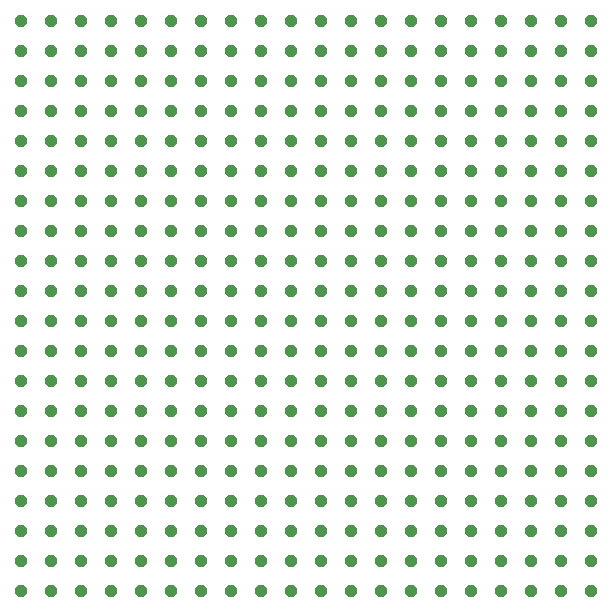
<source format=gbl>
G75*
%MOIN*%
%OFA0B0*%
%FSLAX24Y24*%
%IPPOS*%
%LPD*%
%AMOC8*
5,1,8,0,0,1.08239X$1,22.5*
%
%ADD10OC8,0.0396*%
D10*
X000505Y000530D03*
X001505Y000530D03*
X002505Y000530D03*
X003505Y000530D03*
X004505Y000530D03*
X005505Y000530D03*
X006505Y000530D03*
X007505Y000530D03*
X008505Y000530D03*
X009505Y000530D03*
X010505Y000530D03*
X011505Y000530D03*
X012505Y000530D03*
X013505Y000530D03*
X014505Y000530D03*
X015505Y000530D03*
X016505Y000530D03*
X017505Y000530D03*
X018505Y000530D03*
X019505Y000530D03*
X019505Y001530D03*
X018505Y001530D03*
X017505Y001530D03*
X016505Y001530D03*
X015505Y001530D03*
X014505Y001530D03*
X013505Y001530D03*
X012505Y001530D03*
X011505Y001530D03*
X010505Y001530D03*
X009505Y001530D03*
X008505Y001530D03*
X007505Y001530D03*
X006505Y001530D03*
X005505Y001530D03*
X004505Y001530D03*
X003505Y001530D03*
X002505Y001530D03*
X001505Y001530D03*
X000505Y001530D03*
X000505Y002530D03*
X001505Y002530D03*
X002505Y002530D03*
X003505Y002530D03*
X004505Y002530D03*
X005505Y002530D03*
X006505Y002530D03*
X007505Y002530D03*
X008505Y002530D03*
X009505Y002530D03*
X010505Y002530D03*
X011505Y002530D03*
X012505Y002530D03*
X013505Y002530D03*
X014505Y002530D03*
X015505Y002530D03*
X016505Y002530D03*
X017505Y002530D03*
X018505Y002530D03*
X019505Y002530D03*
X019505Y003530D03*
X018505Y003530D03*
X017505Y003530D03*
X016505Y003530D03*
X015505Y003530D03*
X014505Y003530D03*
X013505Y003530D03*
X012505Y003530D03*
X011505Y003530D03*
X010505Y003530D03*
X009505Y003530D03*
X008505Y003530D03*
X007505Y003530D03*
X006505Y003530D03*
X005505Y003530D03*
X004505Y003530D03*
X003505Y003530D03*
X002505Y003530D03*
X001505Y003530D03*
X000505Y003530D03*
X000505Y004530D03*
X001505Y004530D03*
X002505Y004530D03*
X003505Y004530D03*
X004505Y004530D03*
X005505Y004530D03*
X006505Y004530D03*
X007505Y004530D03*
X008505Y004530D03*
X009505Y004530D03*
X010505Y004530D03*
X011505Y004530D03*
X012505Y004530D03*
X013505Y004530D03*
X014505Y004530D03*
X015505Y004530D03*
X016505Y004530D03*
X017505Y004530D03*
X018505Y004530D03*
X019505Y004530D03*
X019505Y005530D03*
X018505Y005530D03*
X017505Y005530D03*
X016505Y005530D03*
X015505Y005530D03*
X014505Y005530D03*
X013505Y005530D03*
X012505Y005530D03*
X011505Y005530D03*
X010505Y005530D03*
X009505Y005530D03*
X008505Y005530D03*
X007505Y005530D03*
X006505Y005530D03*
X005505Y005530D03*
X004505Y005530D03*
X003505Y005530D03*
X002505Y005530D03*
X001505Y005530D03*
X000505Y005530D03*
X000505Y006530D03*
X001505Y006530D03*
X002505Y006530D03*
X003505Y006530D03*
X004505Y006530D03*
X005505Y006530D03*
X006505Y006530D03*
X007505Y006530D03*
X008505Y006530D03*
X009505Y006530D03*
X010505Y006530D03*
X011505Y006530D03*
X012505Y006530D03*
X013505Y006530D03*
X014505Y006530D03*
X015505Y006530D03*
X016505Y006530D03*
X017505Y006530D03*
X018505Y006530D03*
X019505Y006530D03*
X019505Y007530D03*
X018505Y007530D03*
X017505Y007530D03*
X016505Y007530D03*
X015505Y007530D03*
X014505Y007530D03*
X013505Y007530D03*
X012505Y007530D03*
X011505Y007530D03*
X010505Y007530D03*
X009505Y007530D03*
X008505Y007530D03*
X007505Y007530D03*
X006505Y007530D03*
X005505Y007530D03*
X004505Y007530D03*
X003505Y007530D03*
X002505Y007530D03*
X001505Y007530D03*
X000505Y007530D03*
X000505Y008530D03*
X001505Y008530D03*
X002505Y008530D03*
X003505Y008530D03*
X004505Y008530D03*
X005505Y008530D03*
X006505Y008530D03*
X007505Y008530D03*
X008505Y008530D03*
X009505Y008530D03*
X010505Y008530D03*
X011505Y008530D03*
X012505Y008530D03*
X013505Y008530D03*
X014505Y008530D03*
X015505Y008530D03*
X016505Y008530D03*
X017505Y008530D03*
X018505Y008530D03*
X019505Y008530D03*
X019505Y009530D03*
X018505Y009530D03*
X017505Y009530D03*
X016505Y009530D03*
X015505Y009530D03*
X014505Y009530D03*
X013505Y009530D03*
X012505Y009530D03*
X011505Y009530D03*
X010505Y009530D03*
X009505Y009530D03*
X008505Y009530D03*
X007505Y009530D03*
X006505Y009530D03*
X005505Y009530D03*
X004505Y009530D03*
X003505Y009530D03*
X002505Y009530D03*
X001505Y009530D03*
X000505Y009530D03*
X000505Y010530D03*
X001505Y010530D03*
X002505Y010530D03*
X003505Y010530D03*
X004505Y010530D03*
X005505Y010530D03*
X006505Y010530D03*
X007505Y010530D03*
X008505Y010530D03*
X009505Y010530D03*
X010505Y010530D03*
X011505Y010530D03*
X012505Y010530D03*
X013505Y010530D03*
X014505Y010530D03*
X015505Y010530D03*
X016505Y010530D03*
X017505Y010530D03*
X018505Y010530D03*
X019505Y010530D03*
X019505Y011530D03*
X018505Y011530D03*
X017505Y011530D03*
X016505Y011530D03*
X015505Y011530D03*
X014505Y011530D03*
X013505Y011530D03*
X012505Y011530D03*
X011505Y011530D03*
X010505Y011530D03*
X009505Y011530D03*
X008505Y011530D03*
X007505Y011530D03*
X006505Y011530D03*
X005505Y011530D03*
X004505Y011530D03*
X003505Y011530D03*
X002505Y011530D03*
X001505Y011530D03*
X000505Y011530D03*
X000505Y012530D03*
X001505Y012530D03*
X002505Y012530D03*
X003505Y012530D03*
X004505Y012530D03*
X005505Y012530D03*
X006505Y012530D03*
X007505Y012530D03*
X008505Y012530D03*
X009505Y012530D03*
X010505Y012530D03*
X011505Y012530D03*
X012505Y012530D03*
X013505Y012530D03*
X014505Y012530D03*
X015505Y012530D03*
X016505Y012530D03*
X017505Y012530D03*
X018505Y012530D03*
X019505Y012530D03*
X019505Y013530D03*
X018505Y013530D03*
X017505Y013530D03*
X016505Y013530D03*
X015505Y013530D03*
X014505Y013530D03*
X013505Y013530D03*
X012505Y013530D03*
X011505Y013530D03*
X010505Y013530D03*
X009505Y013530D03*
X008505Y013530D03*
X007505Y013530D03*
X006505Y013530D03*
X005505Y013530D03*
X004505Y013530D03*
X003505Y013530D03*
X002505Y013530D03*
X001505Y013530D03*
X000505Y013530D03*
X000505Y014530D03*
X001505Y014530D03*
X002505Y014530D03*
X003505Y014530D03*
X004505Y014530D03*
X005505Y014530D03*
X006505Y014530D03*
X007505Y014530D03*
X008505Y014530D03*
X009505Y014530D03*
X010505Y014530D03*
X011505Y014530D03*
X012505Y014530D03*
X013505Y014530D03*
X014505Y014530D03*
X015505Y014530D03*
X016505Y014530D03*
X017505Y014530D03*
X018505Y014530D03*
X019505Y014530D03*
X019505Y015530D03*
X018505Y015530D03*
X017505Y015530D03*
X016505Y015530D03*
X015505Y015530D03*
X014505Y015530D03*
X013505Y015530D03*
X012505Y015530D03*
X011505Y015530D03*
X010505Y015530D03*
X009505Y015530D03*
X008505Y015530D03*
X007505Y015530D03*
X006505Y015530D03*
X005505Y015530D03*
X004505Y015530D03*
X003505Y015530D03*
X002505Y015530D03*
X001505Y015530D03*
X000505Y015530D03*
X000505Y016530D03*
X001505Y016530D03*
X002505Y016530D03*
X003505Y016530D03*
X004505Y016530D03*
X005505Y016530D03*
X006505Y016530D03*
X007505Y016530D03*
X008505Y016530D03*
X009505Y016530D03*
X010505Y016530D03*
X011505Y016530D03*
X012505Y016530D03*
X013505Y016530D03*
X014505Y016530D03*
X015505Y016530D03*
X016505Y016530D03*
X017505Y016530D03*
X018505Y016530D03*
X019505Y016530D03*
X019505Y017530D03*
X018505Y017530D03*
X017505Y017530D03*
X016505Y017530D03*
X015505Y017530D03*
X014505Y017530D03*
X013505Y017530D03*
X012505Y017530D03*
X011505Y017530D03*
X010505Y017530D03*
X009505Y017530D03*
X008505Y017530D03*
X007505Y017530D03*
X006505Y017530D03*
X005505Y017530D03*
X004505Y017530D03*
X003505Y017530D03*
X002505Y017530D03*
X001505Y017530D03*
X000505Y017530D03*
X000505Y018530D03*
X001505Y018530D03*
X002505Y018530D03*
X003505Y018530D03*
X004505Y018530D03*
X005505Y018530D03*
X006505Y018530D03*
X007505Y018530D03*
X008505Y018530D03*
X009505Y018530D03*
X010505Y018530D03*
X011505Y018530D03*
X012505Y018530D03*
X013505Y018530D03*
X014505Y018530D03*
X015505Y018530D03*
X016505Y018530D03*
X017505Y018530D03*
X018505Y018530D03*
X019505Y018530D03*
X019505Y019530D03*
X018505Y019530D03*
X017505Y019530D03*
X016505Y019530D03*
X015505Y019530D03*
X014505Y019530D03*
X013505Y019530D03*
X012505Y019530D03*
X011505Y019530D03*
X010505Y019530D03*
X009505Y019530D03*
X008505Y019530D03*
X007505Y019530D03*
X006505Y019530D03*
X005505Y019530D03*
X004505Y019530D03*
X003505Y019530D03*
X002505Y019530D03*
X001505Y019530D03*
X000505Y019530D03*
M02*

</source>
